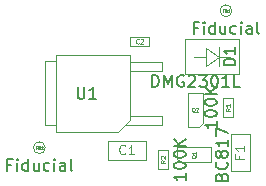
<source format=gbr>
%TF.GenerationSoftware,KiCad,Pcbnew,6.0.0-d3dd2cf0fa~116~ubuntu20.04.1*%
%TF.CreationDate,2022-02-06T14:44:10+01:00*%
%TF.ProjectId,vreg1,76726567-312e-46b6-9963-61645f706362,rev?*%
%TF.SameCoordinates,Original*%
%TF.FileFunction,AssemblyDrawing,Top*%
%FSLAX46Y46*%
G04 Gerber Fmt 4.6, Leading zero omitted, Abs format (unit mm)*
G04 Created by KiCad (PCBNEW 6.0.0-d3dd2cf0fa~116~ubuntu20.04.1) date 2022-02-06 14:44:10*
%MOMM*%
%LPD*%
G01*
G04 APERTURE LIST*
%ADD10C,0.150000*%
%ADD11C,0.040000*%
%ADD12C,0.060000*%
%ADD13C,0.050000*%
%ADD14C,0.120000*%
%ADD15C,0.100000*%
G04 APERTURE END LIST*
D10*
%TO.C,FID2*%
X95819047Y-95428571D02*
X95485714Y-95428571D01*
X95485714Y-95952380D02*
X95485714Y-94952380D01*
X95961904Y-94952380D01*
X96342857Y-95952380D02*
X96342857Y-95285714D01*
X96342857Y-94952380D02*
X96295238Y-95000000D01*
X96342857Y-95047619D01*
X96390476Y-95000000D01*
X96342857Y-94952380D01*
X96342857Y-95047619D01*
X97247619Y-95952380D02*
X97247619Y-94952380D01*
X97247619Y-95904761D02*
X97152380Y-95952380D01*
X96961904Y-95952380D01*
X96866666Y-95904761D01*
X96819047Y-95857142D01*
X96771428Y-95761904D01*
X96771428Y-95476190D01*
X96819047Y-95380952D01*
X96866666Y-95333333D01*
X96961904Y-95285714D01*
X97152380Y-95285714D01*
X97247619Y-95333333D01*
X98152380Y-95285714D02*
X98152380Y-95952380D01*
X97723809Y-95285714D02*
X97723809Y-95809523D01*
X97771428Y-95904761D01*
X97866666Y-95952380D01*
X98009523Y-95952380D01*
X98104761Y-95904761D01*
X98152380Y-95857142D01*
X99057142Y-95904761D02*
X98961904Y-95952380D01*
X98771428Y-95952380D01*
X98676190Y-95904761D01*
X98628571Y-95857142D01*
X98580952Y-95761904D01*
X98580952Y-95476190D01*
X98628571Y-95380952D01*
X98676190Y-95333333D01*
X98771428Y-95285714D01*
X98961904Y-95285714D01*
X99057142Y-95333333D01*
X99485714Y-95952380D02*
X99485714Y-95285714D01*
X99485714Y-94952380D02*
X99438095Y-95000000D01*
X99485714Y-95047619D01*
X99533333Y-95000000D01*
X99485714Y-94952380D01*
X99485714Y-95047619D01*
X100390476Y-95952380D02*
X100390476Y-95428571D01*
X100342857Y-95333333D01*
X100247619Y-95285714D01*
X100057142Y-95285714D01*
X99961904Y-95333333D01*
X100390476Y-95904761D02*
X100295238Y-95952380D01*
X100057142Y-95952380D01*
X99961904Y-95904761D01*
X99914285Y-95809523D01*
X99914285Y-95714285D01*
X99961904Y-95619047D01*
X100057142Y-95571428D01*
X100295238Y-95571428D01*
X100390476Y-95523809D01*
X101009523Y-95952380D02*
X100914285Y-95904761D01*
X100866666Y-95809523D01*
X100866666Y-94952380D01*
D11*
X97985714Y-93985714D02*
X97919047Y-93985714D01*
X97919047Y-94090476D02*
X97919047Y-93890476D01*
X98014285Y-93890476D01*
X98090476Y-94090476D02*
X98090476Y-93890476D01*
X98185714Y-94090476D02*
X98185714Y-93890476D01*
X98233333Y-93890476D01*
X98261904Y-93900000D01*
X98280952Y-93919047D01*
X98290476Y-93938095D01*
X98300000Y-93976190D01*
X98300000Y-94004761D01*
X98290476Y-94042857D01*
X98280952Y-94061904D01*
X98261904Y-94080952D01*
X98233333Y-94090476D01*
X98185714Y-94090476D01*
X98376190Y-93909523D02*
X98385714Y-93900000D01*
X98404761Y-93890476D01*
X98452380Y-93890476D01*
X98471428Y-93900000D01*
X98480952Y-93909523D01*
X98490476Y-93928571D01*
X98490476Y-93947619D01*
X98480952Y-93976190D01*
X98366666Y-94090476D01*
X98490476Y-94090476D01*
D10*
%TO.C,FID1*%
X111619047Y-83828571D02*
X111285714Y-83828571D01*
X111285714Y-84352380D02*
X111285714Y-83352380D01*
X111761904Y-83352380D01*
X112142857Y-84352380D02*
X112142857Y-83685714D01*
X112142857Y-83352380D02*
X112095238Y-83400000D01*
X112142857Y-83447619D01*
X112190476Y-83400000D01*
X112142857Y-83352380D01*
X112142857Y-83447619D01*
X113047619Y-84352380D02*
X113047619Y-83352380D01*
X113047619Y-84304761D02*
X112952380Y-84352380D01*
X112761904Y-84352380D01*
X112666666Y-84304761D01*
X112619047Y-84257142D01*
X112571428Y-84161904D01*
X112571428Y-83876190D01*
X112619047Y-83780952D01*
X112666666Y-83733333D01*
X112761904Y-83685714D01*
X112952380Y-83685714D01*
X113047619Y-83733333D01*
X113952380Y-83685714D02*
X113952380Y-84352380D01*
X113523809Y-83685714D02*
X113523809Y-84209523D01*
X113571428Y-84304761D01*
X113666666Y-84352380D01*
X113809523Y-84352380D01*
X113904761Y-84304761D01*
X113952380Y-84257142D01*
X114857142Y-84304761D02*
X114761904Y-84352380D01*
X114571428Y-84352380D01*
X114476190Y-84304761D01*
X114428571Y-84257142D01*
X114380952Y-84161904D01*
X114380952Y-83876190D01*
X114428571Y-83780952D01*
X114476190Y-83733333D01*
X114571428Y-83685714D01*
X114761904Y-83685714D01*
X114857142Y-83733333D01*
X115285714Y-84352380D02*
X115285714Y-83685714D01*
X115285714Y-83352380D02*
X115238095Y-83400000D01*
X115285714Y-83447619D01*
X115333333Y-83400000D01*
X115285714Y-83352380D01*
X115285714Y-83447619D01*
X116190476Y-84352380D02*
X116190476Y-83828571D01*
X116142857Y-83733333D01*
X116047619Y-83685714D01*
X115857142Y-83685714D01*
X115761904Y-83733333D01*
X116190476Y-84304761D02*
X116095238Y-84352380D01*
X115857142Y-84352380D01*
X115761904Y-84304761D01*
X115714285Y-84209523D01*
X115714285Y-84114285D01*
X115761904Y-84019047D01*
X115857142Y-83971428D01*
X116095238Y-83971428D01*
X116190476Y-83923809D01*
X116809523Y-84352380D02*
X116714285Y-84304761D01*
X116666666Y-84209523D01*
X116666666Y-83352380D01*
D11*
X113785714Y-82385714D02*
X113719047Y-82385714D01*
X113719047Y-82490476D02*
X113719047Y-82290476D01*
X113814285Y-82290476D01*
X113890476Y-82490476D02*
X113890476Y-82290476D01*
X113985714Y-82490476D02*
X113985714Y-82290476D01*
X114033333Y-82290476D01*
X114061904Y-82300000D01*
X114080952Y-82319047D01*
X114090476Y-82338095D01*
X114100000Y-82376190D01*
X114100000Y-82404761D01*
X114090476Y-82442857D01*
X114080952Y-82461904D01*
X114061904Y-82480952D01*
X114033333Y-82490476D01*
X113985714Y-82490476D01*
X114290476Y-82490476D02*
X114176190Y-82490476D01*
X114233333Y-82490476D02*
X114233333Y-82290476D01*
X114214285Y-82319047D01*
X114195238Y-82338095D01*
X114176190Y-82347619D01*
D10*
%TO.C,R2*%
X110582380Y-96166666D02*
X110582380Y-96738095D01*
X110582380Y-96452380D02*
X109582380Y-96452380D01*
X109725238Y-96547619D01*
X109820476Y-96642857D01*
X109868095Y-96738095D01*
X109582380Y-95547619D02*
X109582380Y-95452380D01*
X109630000Y-95357142D01*
X109677619Y-95309523D01*
X109772857Y-95261904D01*
X109963333Y-95214285D01*
X110201428Y-95214285D01*
X110391904Y-95261904D01*
X110487142Y-95309523D01*
X110534761Y-95357142D01*
X110582380Y-95452380D01*
X110582380Y-95547619D01*
X110534761Y-95642857D01*
X110487142Y-95690476D01*
X110391904Y-95738095D01*
X110201428Y-95785714D01*
X109963333Y-95785714D01*
X109772857Y-95738095D01*
X109677619Y-95690476D01*
X109630000Y-95642857D01*
X109582380Y-95547619D01*
X109582380Y-94595238D02*
X109582380Y-94500000D01*
X109630000Y-94404761D01*
X109677619Y-94357142D01*
X109772857Y-94309523D01*
X109963333Y-94261904D01*
X110201428Y-94261904D01*
X110391904Y-94309523D01*
X110487142Y-94357142D01*
X110534761Y-94404761D01*
X110582380Y-94500000D01*
X110582380Y-94595238D01*
X110534761Y-94690476D01*
X110487142Y-94738095D01*
X110391904Y-94785714D01*
X110201428Y-94833333D01*
X109963333Y-94833333D01*
X109772857Y-94785714D01*
X109677619Y-94738095D01*
X109630000Y-94690476D01*
X109582380Y-94595238D01*
X110582380Y-93833333D02*
X109582380Y-93833333D01*
X110582380Y-93261904D02*
X110010952Y-93690476D01*
X109582380Y-93261904D02*
X110153809Y-93833333D01*
D12*
X108880952Y-95066666D02*
X108690476Y-95200000D01*
X108880952Y-95295238D02*
X108480952Y-95295238D01*
X108480952Y-95142857D01*
X108500000Y-95104761D01*
X108519047Y-95085714D01*
X108557142Y-95066666D01*
X108614285Y-95066666D01*
X108652380Y-95085714D01*
X108671428Y-95104761D01*
X108690476Y-95142857D01*
X108690476Y-95295238D01*
X108519047Y-94914285D02*
X108500000Y-94895238D01*
X108480952Y-94857142D01*
X108480952Y-94761904D01*
X108500000Y-94723809D01*
X108519047Y-94704761D01*
X108557142Y-94685714D01*
X108595238Y-94685714D01*
X108652380Y-94704761D01*
X108880952Y-94933333D01*
X108880952Y-94685714D01*
D10*
%TO.C,Q1*%
X113628571Y-96457142D02*
X113676190Y-96314285D01*
X113723809Y-96266666D01*
X113819047Y-96219047D01*
X113961904Y-96219047D01*
X114057142Y-96266666D01*
X114104761Y-96314285D01*
X114152380Y-96409523D01*
X114152380Y-96790476D01*
X113152380Y-96790476D01*
X113152380Y-96457142D01*
X113200000Y-96361904D01*
X113247619Y-96314285D01*
X113342857Y-96266666D01*
X113438095Y-96266666D01*
X113533333Y-96314285D01*
X113580952Y-96361904D01*
X113628571Y-96457142D01*
X113628571Y-96790476D01*
X114057142Y-95219047D02*
X114104761Y-95266666D01*
X114152380Y-95409523D01*
X114152380Y-95504761D01*
X114104761Y-95647619D01*
X114009523Y-95742857D01*
X113914285Y-95790476D01*
X113723809Y-95838095D01*
X113580952Y-95838095D01*
X113390476Y-95790476D01*
X113295238Y-95742857D01*
X113200000Y-95647619D01*
X113152380Y-95504761D01*
X113152380Y-95409523D01*
X113200000Y-95266666D01*
X113247619Y-95219047D01*
X113580952Y-94647619D02*
X113533333Y-94742857D01*
X113485714Y-94790476D01*
X113390476Y-94838095D01*
X113342857Y-94838095D01*
X113247619Y-94790476D01*
X113200000Y-94742857D01*
X113152380Y-94647619D01*
X113152380Y-94457142D01*
X113200000Y-94361904D01*
X113247619Y-94314285D01*
X113342857Y-94266666D01*
X113390476Y-94266666D01*
X113485714Y-94314285D01*
X113533333Y-94361904D01*
X113580952Y-94457142D01*
X113580952Y-94647619D01*
X113628571Y-94742857D01*
X113676190Y-94790476D01*
X113771428Y-94838095D01*
X113961904Y-94838095D01*
X114057142Y-94790476D01*
X114104761Y-94742857D01*
X114152380Y-94647619D01*
X114152380Y-94457142D01*
X114104761Y-94361904D01*
X114057142Y-94314285D01*
X113961904Y-94266666D01*
X113771428Y-94266666D01*
X113676190Y-94314285D01*
X113628571Y-94361904D01*
X113580952Y-94457142D01*
X114152380Y-93314285D02*
X114152380Y-93885714D01*
X114152380Y-93600000D02*
X113152380Y-93600000D01*
X113295238Y-93695238D01*
X113390476Y-93790476D01*
X113438095Y-93885714D01*
X113152380Y-92980952D02*
X113152380Y-92314285D01*
X114152380Y-92742857D01*
D13*
X111475238Y-94630476D02*
X111460000Y-94660952D01*
X111429523Y-94691428D01*
X111383809Y-94737142D01*
X111368571Y-94767619D01*
X111368571Y-94798095D01*
X111444761Y-94782857D02*
X111429523Y-94813333D01*
X111399047Y-94843809D01*
X111338095Y-94859047D01*
X111231428Y-94859047D01*
X111170476Y-94843809D01*
X111140000Y-94813333D01*
X111124761Y-94782857D01*
X111124761Y-94721904D01*
X111140000Y-94691428D01*
X111170476Y-94660952D01*
X111231428Y-94645714D01*
X111338095Y-94645714D01*
X111399047Y-94660952D01*
X111429523Y-94691428D01*
X111444761Y-94721904D01*
X111444761Y-94782857D01*
X111444761Y-94340952D02*
X111444761Y-94523809D01*
X111444761Y-94432380D02*
X111124761Y-94432380D01*
X111170476Y-94462857D01*
X111200952Y-94493333D01*
X111216190Y-94523809D01*
D10*
%TO.C,R1*%
X113222380Y-91766666D02*
X113222380Y-92338095D01*
X113222380Y-92052380D02*
X112222380Y-92052380D01*
X112365238Y-92147619D01*
X112460476Y-92242857D01*
X112508095Y-92338095D01*
X112222380Y-91147619D02*
X112222380Y-91052380D01*
X112270000Y-90957142D01*
X112317619Y-90909523D01*
X112412857Y-90861904D01*
X112603333Y-90814285D01*
X112841428Y-90814285D01*
X113031904Y-90861904D01*
X113127142Y-90909523D01*
X113174761Y-90957142D01*
X113222380Y-91052380D01*
X113222380Y-91147619D01*
X113174761Y-91242857D01*
X113127142Y-91290476D01*
X113031904Y-91338095D01*
X112841428Y-91385714D01*
X112603333Y-91385714D01*
X112412857Y-91338095D01*
X112317619Y-91290476D01*
X112270000Y-91242857D01*
X112222380Y-91147619D01*
X112222380Y-90195238D02*
X112222380Y-90100000D01*
X112270000Y-90004761D01*
X112317619Y-89957142D01*
X112412857Y-89909523D01*
X112603333Y-89861904D01*
X112841428Y-89861904D01*
X113031904Y-89909523D01*
X113127142Y-89957142D01*
X113174761Y-90004761D01*
X113222380Y-90100000D01*
X113222380Y-90195238D01*
X113174761Y-90290476D01*
X113127142Y-90338095D01*
X113031904Y-90385714D01*
X112841428Y-90433333D01*
X112603333Y-90433333D01*
X112412857Y-90385714D01*
X112317619Y-90338095D01*
X112270000Y-90290476D01*
X112222380Y-90195238D01*
X113222380Y-89433333D02*
X112222380Y-89433333D01*
X113222380Y-88861904D02*
X112650952Y-89290476D01*
X112222380Y-88861904D02*
X112793809Y-89433333D01*
D12*
X114380952Y-90666666D02*
X114190476Y-90800000D01*
X114380952Y-90895238D02*
X113980952Y-90895238D01*
X113980952Y-90742857D01*
X114000000Y-90704761D01*
X114019047Y-90685714D01*
X114057142Y-90666666D01*
X114114285Y-90666666D01*
X114152380Y-90685714D01*
X114171428Y-90704761D01*
X114190476Y-90742857D01*
X114190476Y-90895238D01*
X114380952Y-90285714D02*
X114380952Y-90514285D01*
X114380952Y-90400000D02*
X113980952Y-90400000D01*
X114038095Y-90438095D01*
X114076190Y-90476190D01*
X114095238Y-90514285D01*
D14*
%TO.C,F1*%
X115142857Y-94666666D02*
X115142857Y-94933333D01*
X115561904Y-94933333D02*
X114761904Y-94933333D01*
X114761904Y-94552380D01*
X115561904Y-93828571D02*
X115561904Y-94285714D01*
X115561904Y-94057142D02*
X114761904Y-94057142D01*
X114876190Y-94133333D01*
X114952380Y-94209523D01*
X114990476Y-94285714D01*
D10*
%TO.C,Q2*%
X107757142Y-88852380D02*
X107757142Y-87852380D01*
X107995238Y-87852380D01*
X108138095Y-87900000D01*
X108233333Y-87995238D01*
X108280952Y-88090476D01*
X108328571Y-88280952D01*
X108328571Y-88423809D01*
X108280952Y-88614285D01*
X108233333Y-88709523D01*
X108138095Y-88804761D01*
X107995238Y-88852380D01*
X107757142Y-88852380D01*
X108757142Y-88852380D02*
X108757142Y-87852380D01*
X109090476Y-88566666D01*
X109423809Y-87852380D01*
X109423809Y-88852380D01*
X110423809Y-87900000D02*
X110328571Y-87852380D01*
X110185714Y-87852380D01*
X110042857Y-87900000D01*
X109947619Y-87995238D01*
X109900000Y-88090476D01*
X109852380Y-88280952D01*
X109852380Y-88423809D01*
X109900000Y-88614285D01*
X109947619Y-88709523D01*
X110042857Y-88804761D01*
X110185714Y-88852380D01*
X110280952Y-88852380D01*
X110423809Y-88804761D01*
X110471428Y-88757142D01*
X110471428Y-88423809D01*
X110280952Y-88423809D01*
X110852380Y-87947619D02*
X110900000Y-87900000D01*
X110995238Y-87852380D01*
X111233333Y-87852380D01*
X111328571Y-87900000D01*
X111376190Y-87947619D01*
X111423809Y-88042857D01*
X111423809Y-88138095D01*
X111376190Y-88280952D01*
X110804761Y-88852380D01*
X111423809Y-88852380D01*
X111757142Y-87852380D02*
X112376190Y-87852380D01*
X112042857Y-88233333D01*
X112185714Y-88233333D01*
X112280952Y-88280952D01*
X112328571Y-88328571D01*
X112376190Y-88423809D01*
X112376190Y-88661904D01*
X112328571Y-88757142D01*
X112280952Y-88804761D01*
X112185714Y-88852380D01*
X111900000Y-88852380D01*
X111804761Y-88804761D01*
X111757142Y-88757142D01*
X112995238Y-87852380D02*
X113090476Y-87852380D01*
X113185714Y-87900000D01*
X113233333Y-87947619D01*
X113280952Y-88042857D01*
X113328571Y-88233333D01*
X113328571Y-88471428D01*
X113280952Y-88661904D01*
X113233333Y-88757142D01*
X113185714Y-88804761D01*
X113090476Y-88852380D01*
X112995238Y-88852380D01*
X112900000Y-88804761D01*
X112852380Y-88757142D01*
X112804761Y-88661904D01*
X112757142Y-88471428D01*
X112757142Y-88233333D01*
X112804761Y-88042857D01*
X112852380Y-87947619D01*
X112900000Y-87900000D01*
X112995238Y-87852380D01*
X114280952Y-88852380D02*
X113709523Y-88852380D01*
X113995238Y-88852380D02*
X113995238Y-87852380D01*
X113900000Y-87995238D01*
X113804761Y-88090476D01*
X113709523Y-88138095D01*
X115185714Y-88852380D02*
X114709523Y-88852380D01*
X114709523Y-87852380D01*
D13*
X111369523Y-90975238D02*
X111339047Y-90960000D01*
X111308571Y-90929523D01*
X111262857Y-90883809D01*
X111232380Y-90868571D01*
X111201904Y-90868571D01*
X111217142Y-90944761D02*
X111186666Y-90929523D01*
X111156190Y-90899047D01*
X111140952Y-90838095D01*
X111140952Y-90731428D01*
X111156190Y-90670476D01*
X111186666Y-90640000D01*
X111217142Y-90624761D01*
X111278095Y-90624761D01*
X111308571Y-90640000D01*
X111339047Y-90670476D01*
X111354285Y-90731428D01*
X111354285Y-90838095D01*
X111339047Y-90899047D01*
X111308571Y-90929523D01*
X111278095Y-90944761D01*
X111217142Y-90944761D01*
X111476190Y-90655238D02*
X111491428Y-90640000D01*
X111521904Y-90624761D01*
X111598095Y-90624761D01*
X111628571Y-90640000D01*
X111643809Y-90655238D01*
X111659047Y-90685714D01*
X111659047Y-90716190D01*
X111643809Y-90761904D01*
X111460952Y-90944761D01*
X111659047Y-90944761D01*
D14*
%TO.C,C1*%
X105466666Y-94485714D02*
X105428571Y-94523809D01*
X105314285Y-94561904D01*
X105238095Y-94561904D01*
X105123809Y-94523809D01*
X105047619Y-94447619D01*
X105009523Y-94371428D01*
X104971428Y-94219047D01*
X104971428Y-94104761D01*
X105009523Y-93952380D01*
X105047619Y-93876190D01*
X105123809Y-93800000D01*
X105238095Y-93761904D01*
X105314285Y-93761904D01*
X105428571Y-93800000D01*
X105466666Y-93838095D01*
X106228571Y-94561904D02*
X105771428Y-94561904D01*
X106000000Y-94561904D02*
X106000000Y-93761904D01*
X105923809Y-93876190D01*
X105847619Y-93952380D01*
X105771428Y-93990476D01*
D12*
%TO.C,C2*%
X106633333Y-85142857D02*
X106614285Y-85161904D01*
X106557142Y-85180952D01*
X106519047Y-85180952D01*
X106461904Y-85161904D01*
X106423809Y-85123809D01*
X106404761Y-85085714D01*
X106385714Y-85009523D01*
X106385714Y-84952380D01*
X106404761Y-84876190D01*
X106423809Y-84838095D01*
X106461904Y-84800000D01*
X106519047Y-84780952D01*
X106557142Y-84780952D01*
X106614285Y-84800000D01*
X106633333Y-84819047D01*
X106785714Y-84819047D02*
X106804761Y-84800000D01*
X106842857Y-84780952D01*
X106938095Y-84780952D01*
X106976190Y-84800000D01*
X106995238Y-84819047D01*
X107014285Y-84857142D01*
X107014285Y-84895238D01*
X106995238Y-84952380D01*
X106766666Y-85180952D01*
X107014285Y-85180952D01*
D10*
%TO.C,U1*%
X101438095Y-88852380D02*
X101438095Y-89661904D01*
X101485714Y-89757142D01*
X101533333Y-89804761D01*
X101628571Y-89852380D01*
X101819047Y-89852380D01*
X101914285Y-89804761D01*
X101961904Y-89757142D01*
X102009523Y-89661904D01*
X102009523Y-88852380D01*
X103009523Y-89852380D02*
X102438095Y-89852380D01*
X102723809Y-89852380D02*
X102723809Y-88852380D01*
X102628571Y-88995238D01*
X102533333Y-89090476D01*
X102438095Y-89138095D01*
%TO.C,D1*%
X114803520Y-87037075D02*
X113803520Y-87037075D01*
X113803520Y-86798980D01*
X113851140Y-86656122D01*
X113946378Y-86560884D01*
X114041616Y-86513265D01*
X114232092Y-86465646D01*
X114374949Y-86465646D01*
X114565425Y-86513265D01*
X114660663Y-86560884D01*
X114755901Y-86656122D01*
X114803520Y-86798980D01*
X114803520Y-87037075D01*
X114803520Y-85513265D02*
X114803520Y-86084694D01*
X114803520Y-85798980D02*
X113803520Y-85798980D01*
X113946378Y-85894218D01*
X114041616Y-85989456D01*
X114089235Y-86084694D01*
D15*
%TO.C,FID2*%
X98700000Y-94000000D02*
G75*
G03*
X98700000Y-94000000I-500000J0D01*
G01*
%TO.C,FID1*%
X114500000Y-82400000D02*
G75*
G03*
X114500000Y-82400000I-500000J0D01*
G01*
%TO.C,R2*%
X109112500Y-95800000D02*
X108287500Y-95800000D01*
X109112500Y-94200000D02*
X109112500Y-95800000D01*
X108287500Y-95800000D02*
X108287500Y-94200000D01*
X108287500Y-94200000D02*
X109112500Y-94200000D01*
%TO.C,Q1*%
X112750000Y-93950000D02*
X112750000Y-95250000D01*
X112750000Y-95250000D02*
X110175000Y-95250000D01*
X110175000Y-95250000D02*
X109850000Y-94925000D01*
X109850000Y-93950000D02*
X112750000Y-93950000D01*
X109850000Y-94925000D02*
X109850000Y-93950000D01*
%TO.C,R1*%
X114612500Y-89800000D02*
X114612500Y-91400000D01*
X114612500Y-91400000D02*
X113787500Y-91400000D01*
X113787500Y-91400000D02*
X113787500Y-89800000D01*
X113787500Y-89800000D02*
X114612500Y-89800000D01*
%TO.C,F1*%
X116000000Y-92800000D02*
X116000000Y-96000000D01*
X114400000Y-92800000D02*
X116000000Y-92800000D01*
X114400000Y-96000000D02*
X114400000Y-92800000D01*
X116000000Y-96000000D02*
X114400000Y-96000000D01*
%TO.C,Q2*%
X110750000Y-89350000D02*
X112050000Y-89350000D01*
X112050000Y-89350000D02*
X112050000Y-91925000D01*
X110750000Y-92250000D02*
X110750000Y-89350000D01*
X111725000Y-92250000D02*
X110750000Y-92250000D01*
X112050000Y-91925000D02*
X111725000Y-92250000D01*
%TO.C,C1*%
X107200000Y-93400000D02*
X107200000Y-95000000D01*
X107200000Y-95000000D02*
X104000000Y-95000000D01*
X104000000Y-93400000D02*
X107200000Y-93400000D01*
X104000000Y-95000000D02*
X104000000Y-93400000D01*
%TO.C,C2*%
X107500000Y-85400000D02*
X105900000Y-85400000D01*
X105900000Y-84600000D02*
X107500000Y-84600000D01*
X105900000Y-85400000D02*
X105900000Y-84600000D01*
X107500000Y-84600000D02*
X107500000Y-85400000D01*
%TO.C,U1*%
X108570000Y-86745000D02*
X105870000Y-86745000D01*
X98650000Y-86700000D02*
X99650000Y-86700000D01*
X105870000Y-87495000D02*
X108570000Y-87495000D01*
X105870000Y-91650000D02*
X104870000Y-92650000D01*
X105465000Y-92055000D02*
X108570000Y-92055000D01*
X98650000Y-92100000D02*
X98650000Y-86700000D01*
X108570000Y-92055000D02*
X108570000Y-91305000D01*
X105870000Y-86150000D02*
X105870000Y-91650000D01*
X99650000Y-86150000D02*
X105870000Y-86150000D01*
X108570000Y-91305000D02*
X105870000Y-91305000D01*
X108570000Y-87495000D02*
X108570000Y-86745000D01*
X104870000Y-92650000D02*
X99650000Y-92650000D01*
X99650000Y-92100000D02*
X98650000Y-92100000D01*
X99650000Y-92650000D02*
X99650000Y-86150000D01*
%TO.C,D1*%
X110500000Y-87800000D02*
X115100000Y-87800000D01*
X113449440Y-86298980D02*
X112298820Y-85549680D01*
X110500000Y-87800000D02*
X110500000Y-84800000D01*
X115100000Y-84800000D02*
X115100000Y-87800000D01*
X113449440Y-86298980D02*
X114351140Y-86298980D01*
X113449440Y-86298980D02*
X112298820Y-87099080D01*
X113449440Y-87099080D02*
X113449440Y-85498880D01*
X110500000Y-84800000D02*
X115100000Y-84800000D01*
X112298820Y-86298980D02*
X111300600Y-86298980D01*
X112298820Y-85549680D02*
X112298820Y-87099080D01*
%TD*%
M02*

</source>
